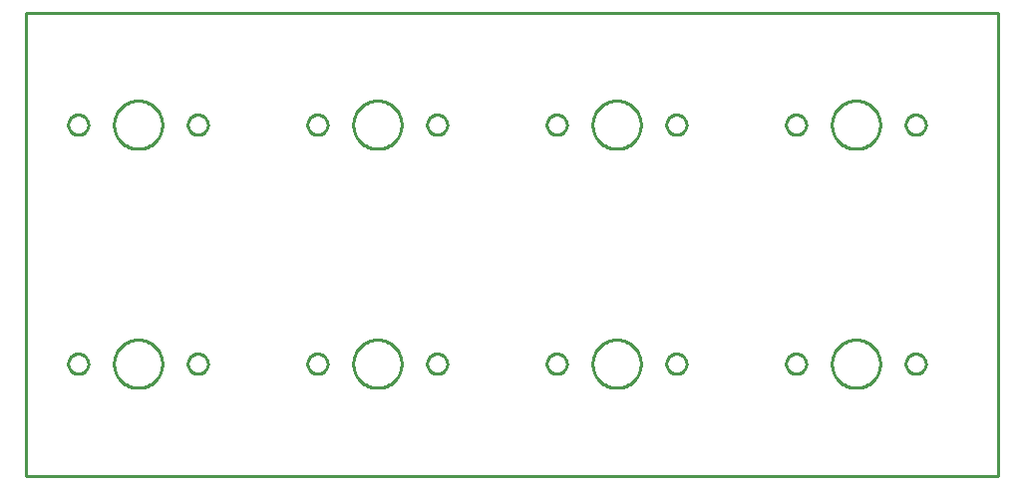
<source format=gbr>
G04 EAGLE Gerber RS-274X export*
G75*
%MOMM*%
%FSLAX34Y34*%
%LPD*%
%IN*%
%IPPOS*%
%AMOC8*
5,1,8,0,0,1.08239X$1,22.5*%
G01*
%ADD10C,0.254000*%


D10*
X0Y0D02*
X825500Y0D01*
X825500Y393700D01*
X0Y393700D01*
X0Y0D01*
X115697Y94632D02*
X115622Y93399D01*
X115473Y92172D01*
X115251Y90957D01*
X114955Y89757D01*
X114587Y88577D01*
X114149Y87422D01*
X113642Y86295D01*
X113068Y85201D01*
X112429Y84143D01*
X111727Y83126D01*
X110965Y82154D01*
X110145Y81229D01*
X109271Y80355D01*
X108346Y79536D01*
X107374Y78773D01*
X106357Y78071D01*
X105299Y77432D01*
X104205Y76858D01*
X103078Y76351D01*
X101923Y75913D01*
X100743Y75545D01*
X99543Y75249D01*
X98328Y75027D01*
X97101Y74878D01*
X95868Y74803D01*
X94632Y74803D01*
X93399Y74878D01*
X92172Y75027D01*
X90957Y75249D01*
X89757Y75545D01*
X88577Y75913D01*
X87422Y76351D01*
X86295Y76858D01*
X85201Y77432D01*
X84143Y78071D01*
X83126Y78773D01*
X82154Y79536D01*
X81229Y80355D01*
X80355Y81229D01*
X79536Y82154D01*
X78773Y83126D01*
X78071Y84143D01*
X77432Y85201D01*
X76858Y86295D01*
X76351Y87422D01*
X75913Y88577D01*
X75545Y89757D01*
X75249Y90957D01*
X75027Y92172D01*
X74878Y93399D01*
X74803Y94632D01*
X74803Y95868D01*
X74878Y97101D01*
X75027Y98328D01*
X75249Y99543D01*
X75545Y100743D01*
X75913Y101923D01*
X76351Y103078D01*
X76858Y104205D01*
X77432Y105299D01*
X78071Y106357D01*
X78773Y107374D01*
X79536Y108346D01*
X80355Y109271D01*
X81229Y110145D01*
X82154Y110965D01*
X83126Y111727D01*
X84143Y112429D01*
X85201Y113068D01*
X86295Y113642D01*
X87422Y114149D01*
X88577Y114587D01*
X89757Y114955D01*
X90957Y115251D01*
X92172Y115473D01*
X93399Y115622D01*
X94632Y115697D01*
X95868Y115697D01*
X97101Y115622D01*
X98328Y115473D01*
X99543Y115251D01*
X100743Y114955D01*
X101923Y114587D01*
X103078Y114149D01*
X104205Y113642D01*
X105299Y113068D01*
X106357Y112429D01*
X107374Y111727D01*
X108346Y110965D01*
X109271Y110145D01*
X110145Y109271D01*
X110965Y108346D01*
X111727Y107374D01*
X112429Y106357D01*
X113068Y105299D01*
X113642Y104205D01*
X114149Y103078D01*
X114587Y101923D01*
X114955Y100743D01*
X115251Y99543D01*
X115473Y98328D01*
X115622Y97101D01*
X115697Y95868D01*
X115697Y94632D01*
X52984Y94877D02*
X52919Y94135D01*
X52790Y93401D01*
X52597Y92681D01*
X52342Y91981D01*
X52027Y91306D01*
X51655Y90660D01*
X51227Y90050D01*
X50748Y89479D01*
X50221Y88952D01*
X49650Y88473D01*
X49040Y88045D01*
X48395Y87673D01*
X47719Y87358D01*
X47019Y87103D01*
X46299Y86910D01*
X45565Y86781D01*
X44823Y86716D01*
X44077Y86716D01*
X43335Y86781D01*
X42601Y86910D01*
X41881Y87103D01*
X41181Y87358D01*
X40506Y87673D01*
X39860Y88045D01*
X39250Y88473D01*
X38679Y88952D01*
X38152Y89479D01*
X37673Y90050D01*
X37245Y90660D01*
X36873Y91306D01*
X36558Y91981D01*
X36303Y92681D01*
X36110Y93401D01*
X35981Y94135D01*
X35916Y94877D01*
X35916Y95623D01*
X35981Y96365D01*
X36110Y97099D01*
X36303Y97819D01*
X36558Y98519D01*
X36873Y99195D01*
X37245Y99840D01*
X37673Y100450D01*
X38152Y101021D01*
X38679Y101548D01*
X39250Y102027D01*
X39860Y102455D01*
X40506Y102827D01*
X41181Y103142D01*
X41881Y103397D01*
X42601Y103590D01*
X43335Y103719D01*
X44077Y103784D01*
X44823Y103784D01*
X45565Y103719D01*
X46299Y103590D01*
X47019Y103397D01*
X47719Y103142D01*
X48395Y102827D01*
X49040Y102455D01*
X49650Y102027D01*
X50221Y101548D01*
X50748Y101021D01*
X51227Y100450D01*
X51655Y99840D01*
X52027Y99195D01*
X52342Y98519D01*
X52597Y97819D01*
X52790Y97099D01*
X52919Y96365D01*
X52984Y95623D01*
X52984Y94877D01*
X154584Y94877D02*
X154519Y94135D01*
X154390Y93401D01*
X154197Y92681D01*
X153942Y91981D01*
X153627Y91306D01*
X153255Y90660D01*
X152827Y90050D01*
X152348Y89479D01*
X151821Y88952D01*
X151250Y88473D01*
X150640Y88045D01*
X149995Y87673D01*
X149319Y87358D01*
X148619Y87103D01*
X147899Y86910D01*
X147165Y86781D01*
X146423Y86716D01*
X145677Y86716D01*
X144935Y86781D01*
X144201Y86910D01*
X143481Y87103D01*
X142781Y87358D01*
X142106Y87673D01*
X141460Y88045D01*
X140850Y88473D01*
X140279Y88952D01*
X139752Y89479D01*
X139273Y90050D01*
X138845Y90660D01*
X138473Y91306D01*
X138158Y91981D01*
X137903Y92681D01*
X137710Y93401D01*
X137581Y94135D01*
X137516Y94877D01*
X137516Y95623D01*
X137581Y96365D01*
X137710Y97099D01*
X137903Y97819D01*
X138158Y98519D01*
X138473Y99195D01*
X138845Y99840D01*
X139273Y100450D01*
X139752Y101021D01*
X140279Y101548D01*
X140850Y102027D01*
X141460Y102455D01*
X142106Y102827D01*
X142781Y103142D01*
X143481Y103397D01*
X144201Y103590D01*
X144935Y103719D01*
X145677Y103784D01*
X146423Y103784D01*
X147165Y103719D01*
X147899Y103590D01*
X148619Y103397D01*
X149319Y103142D01*
X149995Y102827D01*
X150640Y102455D01*
X151250Y102027D01*
X151821Y101548D01*
X152348Y101021D01*
X152827Y100450D01*
X153255Y99840D01*
X153627Y99195D01*
X153942Y98519D01*
X154197Y97819D01*
X154390Y97099D01*
X154519Y96365D01*
X154584Y95623D01*
X154584Y94877D01*
X318897Y94632D02*
X318822Y93399D01*
X318673Y92172D01*
X318451Y90957D01*
X318155Y89757D01*
X317787Y88577D01*
X317349Y87422D01*
X316842Y86295D01*
X316268Y85201D01*
X315629Y84143D01*
X314927Y83126D01*
X314165Y82154D01*
X313345Y81229D01*
X312471Y80355D01*
X311546Y79536D01*
X310574Y78773D01*
X309557Y78071D01*
X308499Y77432D01*
X307405Y76858D01*
X306278Y76351D01*
X305123Y75913D01*
X303943Y75545D01*
X302743Y75249D01*
X301528Y75027D01*
X300301Y74878D01*
X299068Y74803D01*
X297832Y74803D01*
X296599Y74878D01*
X295372Y75027D01*
X294157Y75249D01*
X292957Y75545D01*
X291777Y75913D01*
X290622Y76351D01*
X289495Y76858D01*
X288401Y77432D01*
X287343Y78071D01*
X286326Y78773D01*
X285354Y79536D01*
X284429Y80355D01*
X283555Y81229D01*
X282736Y82154D01*
X281973Y83126D01*
X281271Y84143D01*
X280632Y85201D01*
X280058Y86295D01*
X279551Y87422D01*
X279113Y88577D01*
X278745Y89757D01*
X278449Y90957D01*
X278227Y92172D01*
X278078Y93399D01*
X278003Y94632D01*
X278003Y95868D01*
X278078Y97101D01*
X278227Y98328D01*
X278449Y99543D01*
X278745Y100743D01*
X279113Y101923D01*
X279551Y103078D01*
X280058Y104205D01*
X280632Y105299D01*
X281271Y106357D01*
X281973Y107374D01*
X282736Y108346D01*
X283555Y109271D01*
X284429Y110145D01*
X285354Y110965D01*
X286326Y111727D01*
X287343Y112429D01*
X288401Y113068D01*
X289495Y113642D01*
X290622Y114149D01*
X291777Y114587D01*
X292957Y114955D01*
X294157Y115251D01*
X295372Y115473D01*
X296599Y115622D01*
X297832Y115697D01*
X299068Y115697D01*
X300301Y115622D01*
X301528Y115473D01*
X302743Y115251D01*
X303943Y114955D01*
X305123Y114587D01*
X306278Y114149D01*
X307405Y113642D01*
X308499Y113068D01*
X309557Y112429D01*
X310574Y111727D01*
X311546Y110965D01*
X312471Y110145D01*
X313345Y109271D01*
X314165Y108346D01*
X314927Y107374D01*
X315629Y106357D01*
X316268Y105299D01*
X316842Y104205D01*
X317349Y103078D01*
X317787Y101923D01*
X318155Y100743D01*
X318451Y99543D01*
X318673Y98328D01*
X318822Y97101D01*
X318897Y95868D01*
X318897Y94632D01*
X256184Y94877D02*
X256119Y94135D01*
X255990Y93401D01*
X255797Y92681D01*
X255542Y91981D01*
X255227Y91306D01*
X254855Y90660D01*
X254427Y90050D01*
X253948Y89479D01*
X253421Y88952D01*
X252850Y88473D01*
X252240Y88045D01*
X251595Y87673D01*
X250919Y87358D01*
X250219Y87103D01*
X249499Y86910D01*
X248765Y86781D01*
X248023Y86716D01*
X247277Y86716D01*
X246535Y86781D01*
X245801Y86910D01*
X245081Y87103D01*
X244381Y87358D01*
X243706Y87673D01*
X243060Y88045D01*
X242450Y88473D01*
X241879Y88952D01*
X241352Y89479D01*
X240873Y90050D01*
X240445Y90660D01*
X240073Y91306D01*
X239758Y91981D01*
X239503Y92681D01*
X239310Y93401D01*
X239181Y94135D01*
X239116Y94877D01*
X239116Y95623D01*
X239181Y96365D01*
X239310Y97099D01*
X239503Y97819D01*
X239758Y98519D01*
X240073Y99195D01*
X240445Y99840D01*
X240873Y100450D01*
X241352Y101021D01*
X241879Y101548D01*
X242450Y102027D01*
X243060Y102455D01*
X243706Y102827D01*
X244381Y103142D01*
X245081Y103397D01*
X245801Y103590D01*
X246535Y103719D01*
X247277Y103784D01*
X248023Y103784D01*
X248765Y103719D01*
X249499Y103590D01*
X250219Y103397D01*
X250919Y103142D01*
X251595Y102827D01*
X252240Y102455D01*
X252850Y102027D01*
X253421Y101548D01*
X253948Y101021D01*
X254427Y100450D01*
X254855Y99840D01*
X255227Y99195D01*
X255542Y98519D01*
X255797Y97819D01*
X255990Y97099D01*
X256119Y96365D01*
X256184Y95623D01*
X256184Y94877D01*
X357784Y94877D02*
X357719Y94135D01*
X357590Y93401D01*
X357397Y92681D01*
X357142Y91981D01*
X356827Y91306D01*
X356455Y90660D01*
X356027Y90050D01*
X355548Y89479D01*
X355021Y88952D01*
X354450Y88473D01*
X353840Y88045D01*
X353195Y87673D01*
X352519Y87358D01*
X351819Y87103D01*
X351099Y86910D01*
X350365Y86781D01*
X349623Y86716D01*
X348877Y86716D01*
X348135Y86781D01*
X347401Y86910D01*
X346681Y87103D01*
X345981Y87358D01*
X345306Y87673D01*
X344660Y88045D01*
X344050Y88473D01*
X343479Y88952D01*
X342952Y89479D01*
X342473Y90050D01*
X342045Y90660D01*
X341673Y91306D01*
X341358Y91981D01*
X341103Y92681D01*
X340910Y93401D01*
X340781Y94135D01*
X340716Y94877D01*
X340716Y95623D01*
X340781Y96365D01*
X340910Y97099D01*
X341103Y97819D01*
X341358Y98519D01*
X341673Y99195D01*
X342045Y99840D01*
X342473Y100450D01*
X342952Y101021D01*
X343479Y101548D01*
X344050Y102027D01*
X344660Y102455D01*
X345306Y102827D01*
X345981Y103142D01*
X346681Y103397D01*
X347401Y103590D01*
X348135Y103719D01*
X348877Y103784D01*
X349623Y103784D01*
X350365Y103719D01*
X351099Y103590D01*
X351819Y103397D01*
X352519Y103142D01*
X353195Y102827D01*
X353840Y102455D01*
X354450Y102027D01*
X355021Y101548D01*
X355548Y101021D01*
X356027Y100450D01*
X356455Y99840D01*
X356827Y99195D01*
X357142Y98519D01*
X357397Y97819D01*
X357590Y97099D01*
X357719Y96365D01*
X357784Y95623D01*
X357784Y94877D01*
X522097Y94632D02*
X522022Y93399D01*
X521873Y92172D01*
X521651Y90957D01*
X521355Y89757D01*
X520987Y88577D01*
X520549Y87422D01*
X520042Y86295D01*
X519468Y85201D01*
X518829Y84143D01*
X518127Y83126D01*
X517365Y82154D01*
X516545Y81229D01*
X515671Y80355D01*
X514746Y79536D01*
X513774Y78773D01*
X512757Y78071D01*
X511699Y77432D01*
X510605Y76858D01*
X509478Y76351D01*
X508323Y75913D01*
X507143Y75545D01*
X505943Y75249D01*
X504728Y75027D01*
X503501Y74878D01*
X502268Y74803D01*
X501032Y74803D01*
X499799Y74878D01*
X498572Y75027D01*
X497357Y75249D01*
X496157Y75545D01*
X494977Y75913D01*
X493822Y76351D01*
X492695Y76858D01*
X491601Y77432D01*
X490543Y78071D01*
X489526Y78773D01*
X488554Y79536D01*
X487629Y80355D01*
X486755Y81229D01*
X485936Y82154D01*
X485173Y83126D01*
X484471Y84143D01*
X483832Y85201D01*
X483258Y86295D01*
X482751Y87422D01*
X482313Y88577D01*
X481945Y89757D01*
X481649Y90957D01*
X481427Y92172D01*
X481278Y93399D01*
X481203Y94632D01*
X481203Y95868D01*
X481278Y97101D01*
X481427Y98328D01*
X481649Y99543D01*
X481945Y100743D01*
X482313Y101923D01*
X482751Y103078D01*
X483258Y104205D01*
X483832Y105299D01*
X484471Y106357D01*
X485173Y107374D01*
X485936Y108346D01*
X486755Y109271D01*
X487629Y110145D01*
X488554Y110965D01*
X489526Y111727D01*
X490543Y112429D01*
X491601Y113068D01*
X492695Y113642D01*
X493822Y114149D01*
X494977Y114587D01*
X496157Y114955D01*
X497357Y115251D01*
X498572Y115473D01*
X499799Y115622D01*
X501032Y115697D01*
X502268Y115697D01*
X503501Y115622D01*
X504728Y115473D01*
X505943Y115251D01*
X507143Y114955D01*
X508323Y114587D01*
X509478Y114149D01*
X510605Y113642D01*
X511699Y113068D01*
X512757Y112429D01*
X513774Y111727D01*
X514746Y110965D01*
X515671Y110145D01*
X516545Y109271D01*
X517365Y108346D01*
X518127Y107374D01*
X518829Y106357D01*
X519468Y105299D01*
X520042Y104205D01*
X520549Y103078D01*
X520987Y101923D01*
X521355Y100743D01*
X521651Y99543D01*
X521873Y98328D01*
X522022Y97101D01*
X522097Y95868D01*
X522097Y94632D01*
X459384Y94877D02*
X459319Y94135D01*
X459190Y93401D01*
X458997Y92681D01*
X458742Y91981D01*
X458427Y91306D01*
X458055Y90660D01*
X457627Y90050D01*
X457148Y89479D01*
X456621Y88952D01*
X456050Y88473D01*
X455440Y88045D01*
X454795Y87673D01*
X454119Y87358D01*
X453419Y87103D01*
X452699Y86910D01*
X451965Y86781D01*
X451223Y86716D01*
X450477Y86716D01*
X449735Y86781D01*
X449001Y86910D01*
X448281Y87103D01*
X447581Y87358D01*
X446906Y87673D01*
X446260Y88045D01*
X445650Y88473D01*
X445079Y88952D01*
X444552Y89479D01*
X444073Y90050D01*
X443645Y90660D01*
X443273Y91306D01*
X442958Y91981D01*
X442703Y92681D01*
X442510Y93401D01*
X442381Y94135D01*
X442316Y94877D01*
X442316Y95623D01*
X442381Y96365D01*
X442510Y97099D01*
X442703Y97819D01*
X442958Y98519D01*
X443273Y99195D01*
X443645Y99840D01*
X444073Y100450D01*
X444552Y101021D01*
X445079Y101548D01*
X445650Y102027D01*
X446260Y102455D01*
X446906Y102827D01*
X447581Y103142D01*
X448281Y103397D01*
X449001Y103590D01*
X449735Y103719D01*
X450477Y103784D01*
X451223Y103784D01*
X451965Y103719D01*
X452699Y103590D01*
X453419Y103397D01*
X454119Y103142D01*
X454795Y102827D01*
X455440Y102455D01*
X456050Y102027D01*
X456621Y101548D01*
X457148Y101021D01*
X457627Y100450D01*
X458055Y99840D01*
X458427Y99195D01*
X458742Y98519D01*
X458997Y97819D01*
X459190Y97099D01*
X459319Y96365D01*
X459384Y95623D01*
X459384Y94877D01*
X560984Y94877D02*
X560919Y94135D01*
X560790Y93401D01*
X560597Y92681D01*
X560342Y91981D01*
X560027Y91306D01*
X559655Y90660D01*
X559227Y90050D01*
X558748Y89479D01*
X558221Y88952D01*
X557650Y88473D01*
X557040Y88045D01*
X556395Y87673D01*
X555719Y87358D01*
X555019Y87103D01*
X554299Y86910D01*
X553565Y86781D01*
X552823Y86716D01*
X552077Y86716D01*
X551335Y86781D01*
X550601Y86910D01*
X549881Y87103D01*
X549181Y87358D01*
X548506Y87673D01*
X547860Y88045D01*
X547250Y88473D01*
X546679Y88952D01*
X546152Y89479D01*
X545673Y90050D01*
X545245Y90660D01*
X544873Y91306D01*
X544558Y91981D01*
X544303Y92681D01*
X544110Y93401D01*
X543981Y94135D01*
X543916Y94877D01*
X543916Y95623D01*
X543981Y96365D01*
X544110Y97099D01*
X544303Y97819D01*
X544558Y98519D01*
X544873Y99195D01*
X545245Y99840D01*
X545673Y100450D01*
X546152Y101021D01*
X546679Y101548D01*
X547250Y102027D01*
X547860Y102455D01*
X548506Y102827D01*
X549181Y103142D01*
X549881Y103397D01*
X550601Y103590D01*
X551335Y103719D01*
X552077Y103784D01*
X552823Y103784D01*
X553565Y103719D01*
X554299Y103590D01*
X555019Y103397D01*
X555719Y103142D01*
X556395Y102827D01*
X557040Y102455D01*
X557650Y102027D01*
X558221Y101548D01*
X558748Y101021D01*
X559227Y100450D01*
X559655Y99840D01*
X560027Y99195D01*
X560342Y98519D01*
X560597Y97819D01*
X560790Y97099D01*
X560919Y96365D01*
X560984Y95623D01*
X560984Y94877D01*
X725297Y94632D02*
X725222Y93399D01*
X725073Y92172D01*
X724851Y90957D01*
X724555Y89757D01*
X724187Y88577D01*
X723749Y87422D01*
X723242Y86295D01*
X722668Y85201D01*
X722029Y84143D01*
X721327Y83126D01*
X720565Y82154D01*
X719745Y81229D01*
X718871Y80355D01*
X717946Y79536D01*
X716974Y78773D01*
X715957Y78071D01*
X714899Y77432D01*
X713805Y76858D01*
X712678Y76351D01*
X711523Y75913D01*
X710343Y75545D01*
X709143Y75249D01*
X707928Y75027D01*
X706701Y74878D01*
X705468Y74803D01*
X704232Y74803D01*
X702999Y74878D01*
X701772Y75027D01*
X700557Y75249D01*
X699357Y75545D01*
X698177Y75913D01*
X697022Y76351D01*
X695895Y76858D01*
X694801Y77432D01*
X693743Y78071D01*
X692726Y78773D01*
X691754Y79536D01*
X690829Y80355D01*
X689955Y81229D01*
X689136Y82154D01*
X688373Y83126D01*
X687671Y84143D01*
X687032Y85201D01*
X686458Y86295D01*
X685951Y87422D01*
X685513Y88577D01*
X685145Y89757D01*
X684849Y90957D01*
X684627Y92172D01*
X684478Y93399D01*
X684403Y94632D01*
X684403Y95868D01*
X684478Y97101D01*
X684627Y98328D01*
X684849Y99543D01*
X685145Y100743D01*
X685513Y101923D01*
X685951Y103078D01*
X686458Y104205D01*
X687032Y105299D01*
X687671Y106357D01*
X688373Y107374D01*
X689136Y108346D01*
X689955Y109271D01*
X690829Y110145D01*
X691754Y110965D01*
X692726Y111727D01*
X693743Y112429D01*
X694801Y113068D01*
X695895Y113642D01*
X697022Y114149D01*
X698177Y114587D01*
X699357Y114955D01*
X700557Y115251D01*
X701772Y115473D01*
X702999Y115622D01*
X704232Y115697D01*
X705468Y115697D01*
X706701Y115622D01*
X707928Y115473D01*
X709143Y115251D01*
X710343Y114955D01*
X711523Y114587D01*
X712678Y114149D01*
X713805Y113642D01*
X714899Y113068D01*
X715957Y112429D01*
X716974Y111727D01*
X717946Y110965D01*
X718871Y110145D01*
X719745Y109271D01*
X720565Y108346D01*
X721327Y107374D01*
X722029Y106357D01*
X722668Y105299D01*
X723242Y104205D01*
X723749Y103078D01*
X724187Y101923D01*
X724555Y100743D01*
X724851Y99543D01*
X725073Y98328D01*
X725222Y97101D01*
X725297Y95868D01*
X725297Y94632D01*
X662584Y94877D02*
X662519Y94135D01*
X662390Y93401D01*
X662197Y92681D01*
X661942Y91981D01*
X661627Y91306D01*
X661255Y90660D01*
X660827Y90050D01*
X660348Y89479D01*
X659821Y88952D01*
X659250Y88473D01*
X658640Y88045D01*
X657995Y87673D01*
X657319Y87358D01*
X656619Y87103D01*
X655899Y86910D01*
X655165Y86781D01*
X654423Y86716D01*
X653677Y86716D01*
X652935Y86781D01*
X652201Y86910D01*
X651481Y87103D01*
X650781Y87358D01*
X650106Y87673D01*
X649460Y88045D01*
X648850Y88473D01*
X648279Y88952D01*
X647752Y89479D01*
X647273Y90050D01*
X646845Y90660D01*
X646473Y91306D01*
X646158Y91981D01*
X645903Y92681D01*
X645710Y93401D01*
X645581Y94135D01*
X645516Y94877D01*
X645516Y95623D01*
X645581Y96365D01*
X645710Y97099D01*
X645903Y97819D01*
X646158Y98519D01*
X646473Y99195D01*
X646845Y99840D01*
X647273Y100450D01*
X647752Y101021D01*
X648279Y101548D01*
X648850Y102027D01*
X649460Y102455D01*
X650106Y102827D01*
X650781Y103142D01*
X651481Y103397D01*
X652201Y103590D01*
X652935Y103719D01*
X653677Y103784D01*
X654423Y103784D01*
X655165Y103719D01*
X655899Y103590D01*
X656619Y103397D01*
X657319Y103142D01*
X657995Y102827D01*
X658640Y102455D01*
X659250Y102027D01*
X659821Y101548D01*
X660348Y101021D01*
X660827Y100450D01*
X661255Y99840D01*
X661627Y99195D01*
X661942Y98519D01*
X662197Y97819D01*
X662390Y97099D01*
X662519Y96365D01*
X662584Y95623D01*
X662584Y94877D01*
X764184Y94877D02*
X764119Y94135D01*
X763990Y93401D01*
X763797Y92681D01*
X763542Y91981D01*
X763227Y91306D01*
X762855Y90660D01*
X762427Y90050D01*
X761948Y89479D01*
X761421Y88952D01*
X760850Y88473D01*
X760240Y88045D01*
X759595Y87673D01*
X758919Y87358D01*
X758219Y87103D01*
X757499Y86910D01*
X756765Y86781D01*
X756023Y86716D01*
X755277Y86716D01*
X754535Y86781D01*
X753801Y86910D01*
X753081Y87103D01*
X752381Y87358D01*
X751706Y87673D01*
X751060Y88045D01*
X750450Y88473D01*
X749879Y88952D01*
X749352Y89479D01*
X748873Y90050D01*
X748445Y90660D01*
X748073Y91306D01*
X747758Y91981D01*
X747503Y92681D01*
X747310Y93401D01*
X747181Y94135D01*
X747116Y94877D01*
X747116Y95623D01*
X747181Y96365D01*
X747310Y97099D01*
X747503Y97819D01*
X747758Y98519D01*
X748073Y99195D01*
X748445Y99840D01*
X748873Y100450D01*
X749352Y101021D01*
X749879Y101548D01*
X750450Y102027D01*
X751060Y102455D01*
X751706Y102827D01*
X752381Y103142D01*
X753081Y103397D01*
X753801Y103590D01*
X754535Y103719D01*
X755277Y103784D01*
X756023Y103784D01*
X756765Y103719D01*
X757499Y103590D01*
X758219Y103397D01*
X758919Y103142D01*
X759595Y102827D01*
X760240Y102455D01*
X760850Y102027D01*
X761421Y101548D01*
X761948Y101021D01*
X762427Y100450D01*
X762855Y99840D01*
X763227Y99195D01*
X763542Y98519D01*
X763797Y97819D01*
X763990Y97099D01*
X764119Y96365D01*
X764184Y95623D01*
X764184Y94877D01*
X115697Y297832D02*
X115622Y296599D01*
X115473Y295372D01*
X115251Y294157D01*
X114955Y292957D01*
X114587Y291777D01*
X114149Y290622D01*
X113642Y289495D01*
X113068Y288401D01*
X112429Y287343D01*
X111727Y286326D01*
X110965Y285354D01*
X110145Y284429D01*
X109271Y283555D01*
X108346Y282736D01*
X107374Y281973D01*
X106357Y281271D01*
X105299Y280632D01*
X104205Y280058D01*
X103078Y279551D01*
X101923Y279113D01*
X100743Y278745D01*
X99543Y278449D01*
X98328Y278227D01*
X97101Y278078D01*
X95868Y278003D01*
X94632Y278003D01*
X93399Y278078D01*
X92172Y278227D01*
X90957Y278449D01*
X89757Y278745D01*
X88577Y279113D01*
X87422Y279551D01*
X86295Y280058D01*
X85201Y280632D01*
X84143Y281271D01*
X83126Y281973D01*
X82154Y282736D01*
X81229Y283555D01*
X80355Y284429D01*
X79536Y285354D01*
X78773Y286326D01*
X78071Y287343D01*
X77432Y288401D01*
X76858Y289495D01*
X76351Y290622D01*
X75913Y291777D01*
X75545Y292957D01*
X75249Y294157D01*
X75027Y295372D01*
X74878Y296599D01*
X74803Y297832D01*
X74803Y299068D01*
X74878Y300301D01*
X75027Y301528D01*
X75249Y302743D01*
X75545Y303943D01*
X75913Y305123D01*
X76351Y306278D01*
X76858Y307405D01*
X77432Y308499D01*
X78071Y309557D01*
X78773Y310574D01*
X79536Y311546D01*
X80355Y312471D01*
X81229Y313345D01*
X82154Y314165D01*
X83126Y314927D01*
X84143Y315629D01*
X85201Y316268D01*
X86295Y316842D01*
X87422Y317349D01*
X88577Y317787D01*
X89757Y318155D01*
X90957Y318451D01*
X92172Y318673D01*
X93399Y318822D01*
X94632Y318897D01*
X95868Y318897D01*
X97101Y318822D01*
X98328Y318673D01*
X99543Y318451D01*
X100743Y318155D01*
X101923Y317787D01*
X103078Y317349D01*
X104205Y316842D01*
X105299Y316268D01*
X106357Y315629D01*
X107374Y314927D01*
X108346Y314165D01*
X109271Y313345D01*
X110145Y312471D01*
X110965Y311546D01*
X111727Y310574D01*
X112429Y309557D01*
X113068Y308499D01*
X113642Y307405D01*
X114149Y306278D01*
X114587Y305123D01*
X114955Y303943D01*
X115251Y302743D01*
X115473Y301528D01*
X115622Y300301D01*
X115697Y299068D01*
X115697Y297832D01*
X52984Y298077D02*
X52919Y297335D01*
X52790Y296601D01*
X52597Y295881D01*
X52342Y295181D01*
X52027Y294506D01*
X51655Y293860D01*
X51227Y293250D01*
X50748Y292679D01*
X50221Y292152D01*
X49650Y291673D01*
X49040Y291245D01*
X48395Y290873D01*
X47719Y290558D01*
X47019Y290303D01*
X46299Y290110D01*
X45565Y289981D01*
X44823Y289916D01*
X44077Y289916D01*
X43335Y289981D01*
X42601Y290110D01*
X41881Y290303D01*
X41181Y290558D01*
X40506Y290873D01*
X39860Y291245D01*
X39250Y291673D01*
X38679Y292152D01*
X38152Y292679D01*
X37673Y293250D01*
X37245Y293860D01*
X36873Y294506D01*
X36558Y295181D01*
X36303Y295881D01*
X36110Y296601D01*
X35981Y297335D01*
X35916Y298077D01*
X35916Y298823D01*
X35981Y299565D01*
X36110Y300299D01*
X36303Y301019D01*
X36558Y301719D01*
X36873Y302395D01*
X37245Y303040D01*
X37673Y303650D01*
X38152Y304221D01*
X38679Y304748D01*
X39250Y305227D01*
X39860Y305655D01*
X40506Y306027D01*
X41181Y306342D01*
X41881Y306597D01*
X42601Y306790D01*
X43335Y306919D01*
X44077Y306984D01*
X44823Y306984D01*
X45565Y306919D01*
X46299Y306790D01*
X47019Y306597D01*
X47719Y306342D01*
X48395Y306027D01*
X49040Y305655D01*
X49650Y305227D01*
X50221Y304748D01*
X50748Y304221D01*
X51227Y303650D01*
X51655Y303040D01*
X52027Y302395D01*
X52342Y301719D01*
X52597Y301019D01*
X52790Y300299D01*
X52919Y299565D01*
X52984Y298823D01*
X52984Y298077D01*
X154584Y298077D02*
X154519Y297335D01*
X154390Y296601D01*
X154197Y295881D01*
X153942Y295181D01*
X153627Y294506D01*
X153255Y293860D01*
X152827Y293250D01*
X152348Y292679D01*
X151821Y292152D01*
X151250Y291673D01*
X150640Y291245D01*
X149995Y290873D01*
X149319Y290558D01*
X148619Y290303D01*
X147899Y290110D01*
X147165Y289981D01*
X146423Y289916D01*
X145677Y289916D01*
X144935Y289981D01*
X144201Y290110D01*
X143481Y290303D01*
X142781Y290558D01*
X142106Y290873D01*
X141460Y291245D01*
X140850Y291673D01*
X140279Y292152D01*
X139752Y292679D01*
X139273Y293250D01*
X138845Y293860D01*
X138473Y294506D01*
X138158Y295181D01*
X137903Y295881D01*
X137710Y296601D01*
X137581Y297335D01*
X137516Y298077D01*
X137516Y298823D01*
X137581Y299565D01*
X137710Y300299D01*
X137903Y301019D01*
X138158Y301719D01*
X138473Y302395D01*
X138845Y303040D01*
X139273Y303650D01*
X139752Y304221D01*
X140279Y304748D01*
X140850Y305227D01*
X141460Y305655D01*
X142106Y306027D01*
X142781Y306342D01*
X143481Y306597D01*
X144201Y306790D01*
X144935Y306919D01*
X145677Y306984D01*
X146423Y306984D01*
X147165Y306919D01*
X147899Y306790D01*
X148619Y306597D01*
X149319Y306342D01*
X149995Y306027D01*
X150640Y305655D01*
X151250Y305227D01*
X151821Y304748D01*
X152348Y304221D01*
X152827Y303650D01*
X153255Y303040D01*
X153627Y302395D01*
X153942Y301719D01*
X154197Y301019D01*
X154390Y300299D01*
X154519Y299565D01*
X154584Y298823D01*
X154584Y298077D01*
X318897Y297832D02*
X318822Y296599D01*
X318673Y295372D01*
X318451Y294157D01*
X318155Y292957D01*
X317787Y291777D01*
X317349Y290622D01*
X316842Y289495D01*
X316268Y288401D01*
X315629Y287343D01*
X314927Y286326D01*
X314165Y285354D01*
X313345Y284429D01*
X312471Y283555D01*
X311546Y282736D01*
X310574Y281973D01*
X309557Y281271D01*
X308499Y280632D01*
X307405Y280058D01*
X306278Y279551D01*
X305123Y279113D01*
X303943Y278745D01*
X302743Y278449D01*
X301528Y278227D01*
X300301Y278078D01*
X299068Y278003D01*
X297832Y278003D01*
X296599Y278078D01*
X295372Y278227D01*
X294157Y278449D01*
X292957Y278745D01*
X291777Y279113D01*
X290622Y279551D01*
X289495Y280058D01*
X288401Y280632D01*
X287343Y281271D01*
X286326Y281973D01*
X285354Y282736D01*
X284429Y283555D01*
X283555Y284429D01*
X282736Y285354D01*
X281973Y286326D01*
X281271Y287343D01*
X280632Y288401D01*
X280058Y289495D01*
X279551Y290622D01*
X279113Y291777D01*
X278745Y292957D01*
X278449Y294157D01*
X278227Y295372D01*
X278078Y296599D01*
X278003Y297832D01*
X278003Y299068D01*
X278078Y300301D01*
X278227Y301528D01*
X278449Y302743D01*
X278745Y303943D01*
X279113Y305123D01*
X279551Y306278D01*
X280058Y307405D01*
X280632Y308499D01*
X281271Y309557D01*
X281973Y310574D01*
X282736Y311546D01*
X283555Y312471D01*
X284429Y313345D01*
X285354Y314165D01*
X286326Y314927D01*
X287343Y315629D01*
X288401Y316268D01*
X289495Y316842D01*
X290622Y317349D01*
X291777Y317787D01*
X292957Y318155D01*
X294157Y318451D01*
X295372Y318673D01*
X296599Y318822D01*
X297832Y318897D01*
X299068Y318897D01*
X300301Y318822D01*
X301528Y318673D01*
X302743Y318451D01*
X303943Y318155D01*
X305123Y317787D01*
X306278Y317349D01*
X307405Y316842D01*
X308499Y316268D01*
X309557Y315629D01*
X310574Y314927D01*
X311546Y314165D01*
X312471Y313345D01*
X313345Y312471D01*
X314165Y311546D01*
X314927Y310574D01*
X315629Y309557D01*
X316268Y308499D01*
X316842Y307405D01*
X317349Y306278D01*
X317787Y305123D01*
X318155Y303943D01*
X318451Y302743D01*
X318673Y301528D01*
X318822Y300301D01*
X318897Y299068D01*
X318897Y297832D01*
X256184Y298077D02*
X256119Y297335D01*
X255990Y296601D01*
X255797Y295881D01*
X255542Y295181D01*
X255227Y294506D01*
X254855Y293860D01*
X254427Y293250D01*
X253948Y292679D01*
X253421Y292152D01*
X252850Y291673D01*
X252240Y291245D01*
X251595Y290873D01*
X250919Y290558D01*
X250219Y290303D01*
X249499Y290110D01*
X248765Y289981D01*
X248023Y289916D01*
X247277Y289916D01*
X246535Y289981D01*
X245801Y290110D01*
X245081Y290303D01*
X244381Y290558D01*
X243706Y290873D01*
X243060Y291245D01*
X242450Y291673D01*
X241879Y292152D01*
X241352Y292679D01*
X240873Y293250D01*
X240445Y293860D01*
X240073Y294506D01*
X239758Y295181D01*
X239503Y295881D01*
X239310Y296601D01*
X239181Y297335D01*
X239116Y298077D01*
X239116Y298823D01*
X239181Y299565D01*
X239310Y300299D01*
X239503Y301019D01*
X239758Y301719D01*
X240073Y302395D01*
X240445Y303040D01*
X240873Y303650D01*
X241352Y304221D01*
X241879Y304748D01*
X242450Y305227D01*
X243060Y305655D01*
X243706Y306027D01*
X244381Y306342D01*
X245081Y306597D01*
X245801Y306790D01*
X246535Y306919D01*
X247277Y306984D01*
X248023Y306984D01*
X248765Y306919D01*
X249499Y306790D01*
X250219Y306597D01*
X250919Y306342D01*
X251595Y306027D01*
X252240Y305655D01*
X252850Y305227D01*
X253421Y304748D01*
X253948Y304221D01*
X254427Y303650D01*
X254855Y303040D01*
X255227Y302395D01*
X255542Y301719D01*
X255797Y301019D01*
X255990Y300299D01*
X256119Y299565D01*
X256184Y298823D01*
X256184Y298077D01*
X357784Y298077D02*
X357719Y297335D01*
X357590Y296601D01*
X357397Y295881D01*
X357142Y295181D01*
X356827Y294506D01*
X356455Y293860D01*
X356027Y293250D01*
X355548Y292679D01*
X355021Y292152D01*
X354450Y291673D01*
X353840Y291245D01*
X353195Y290873D01*
X352519Y290558D01*
X351819Y290303D01*
X351099Y290110D01*
X350365Y289981D01*
X349623Y289916D01*
X348877Y289916D01*
X348135Y289981D01*
X347401Y290110D01*
X346681Y290303D01*
X345981Y290558D01*
X345306Y290873D01*
X344660Y291245D01*
X344050Y291673D01*
X343479Y292152D01*
X342952Y292679D01*
X342473Y293250D01*
X342045Y293860D01*
X341673Y294506D01*
X341358Y295181D01*
X341103Y295881D01*
X340910Y296601D01*
X340781Y297335D01*
X340716Y298077D01*
X340716Y298823D01*
X340781Y299565D01*
X340910Y300299D01*
X341103Y301019D01*
X341358Y301719D01*
X341673Y302395D01*
X342045Y303040D01*
X342473Y303650D01*
X342952Y304221D01*
X343479Y304748D01*
X344050Y305227D01*
X344660Y305655D01*
X345306Y306027D01*
X345981Y306342D01*
X346681Y306597D01*
X347401Y306790D01*
X348135Y306919D01*
X348877Y306984D01*
X349623Y306984D01*
X350365Y306919D01*
X351099Y306790D01*
X351819Y306597D01*
X352519Y306342D01*
X353195Y306027D01*
X353840Y305655D01*
X354450Y305227D01*
X355021Y304748D01*
X355548Y304221D01*
X356027Y303650D01*
X356455Y303040D01*
X356827Y302395D01*
X357142Y301719D01*
X357397Y301019D01*
X357590Y300299D01*
X357719Y299565D01*
X357784Y298823D01*
X357784Y298077D01*
X522097Y297832D02*
X522022Y296599D01*
X521873Y295372D01*
X521651Y294157D01*
X521355Y292957D01*
X520987Y291777D01*
X520549Y290622D01*
X520042Y289495D01*
X519468Y288401D01*
X518829Y287343D01*
X518127Y286326D01*
X517365Y285354D01*
X516545Y284429D01*
X515671Y283555D01*
X514746Y282736D01*
X513774Y281973D01*
X512757Y281271D01*
X511699Y280632D01*
X510605Y280058D01*
X509478Y279551D01*
X508323Y279113D01*
X507143Y278745D01*
X505943Y278449D01*
X504728Y278227D01*
X503501Y278078D01*
X502268Y278003D01*
X501032Y278003D01*
X499799Y278078D01*
X498572Y278227D01*
X497357Y278449D01*
X496157Y278745D01*
X494977Y279113D01*
X493822Y279551D01*
X492695Y280058D01*
X491601Y280632D01*
X490543Y281271D01*
X489526Y281973D01*
X488554Y282736D01*
X487629Y283555D01*
X486755Y284429D01*
X485936Y285354D01*
X485173Y286326D01*
X484471Y287343D01*
X483832Y288401D01*
X483258Y289495D01*
X482751Y290622D01*
X482313Y291777D01*
X481945Y292957D01*
X481649Y294157D01*
X481427Y295372D01*
X481278Y296599D01*
X481203Y297832D01*
X481203Y299068D01*
X481278Y300301D01*
X481427Y301528D01*
X481649Y302743D01*
X481945Y303943D01*
X482313Y305123D01*
X482751Y306278D01*
X483258Y307405D01*
X483832Y308499D01*
X484471Y309557D01*
X485173Y310574D01*
X485936Y311546D01*
X486755Y312471D01*
X487629Y313345D01*
X488554Y314165D01*
X489526Y314927D01*
X490543Y315629D01*
X491601Y316268D01*
X492695Y316842D01*
X493822Y317349D01*
X494977Y317787D01*
X496157Y318155D01*
X497357Y318451D01*
X498572Y318673D01*
X499799Y318822D01*
X501032Y318897D01*
X502268Y318897D01*
X503501Y318822D01*
X504728Y318673D01*
X505943Y318451D01*
X507143Y318155D01*
X508323Y317787D01*
X509478Y317349D01*
X510605Y316842D01*
X511699Y316268D01*
X512757Y315629D01*
X513774Y314927D01*
X514746Y314165D01*
X515671Y313345D01*
X516545Y312471D01*
X517365Y311546D01*
X518127Y310574D01*
X518829Y309557D01*
X519468Y308499D01*
X520042Y307405D01*
X520549Y306278D01*
X520987Y305123D01*
X521355Y303943D01*
X521651Y302743D01*
X521873Y301528D01*
X522022Y300301D01*
X522097Y299068D01*
X522097Y297832D01*
X459384Y298077D02*
X459319Y297335D01*
X459190Y296601D01*
X458997Y295881D01*
X458742Y295181D01*
X458427Y294506D01*
X458055Y293860D01*
X457627Y293250D01*
X457148Y292679D01*
X456621Y292152D01*
X456050Y291673D01*
X455440Y291245D01*
X454795Y290873D01*
X454119Y290558D01*
X453419Y290303D01*
X452699Y290110D01*
X451965Y289981D01*
X451223Y289916D01*
X450477Y289916D01*
X449735Y289981D01*
X449001Y290110D01*
X448281Y290303D01*
X447581Y290558D01*
X446906Y290873D01*
X446260Y291245D01*
X445650Y291673D01*
X445079Y292152D01*
X444552Y292679D01*
X444073Y293250D01*
X443645Y293860D01*
X443273Y294506D01*
X442958Y295181D01*
X442703Y295881D01*
X442510Y296601D01*
X442381Y297335D01*
X442316Y298077D01*
X442316Y298823D01*
X442381Y299565D01*
X442510Y300299D01*
X442703Y301019D01*
X442958Y301719D01*
X443273Y302395D01*
X443645Y303040D01*
X444073Y303650D01*
X444552Y304221D01*
X445079Y304748D01*
X445650Y305227D01*
X446260Y305655D01*
X446906Y306027D01*
X447581Y306342D01*
X448281Y306597D01*
X449001Y306790D01*
X449735Y306919D01*
X450477Y306984D01*
X451223Y306984D01*
X451965Y306919D01*
X452699Y306790D01*
X453419Y306597D01*
X454119Y306342D01*
X454795Y306027D01*
X455440Y305655D01*
X456050Y305227D01*
X456621Y304748D01*
X457148Y304221D01*
X457627Y303650D01*
X458055Y303040D01*
X458427Y302395D01*
X458742Y301719D01*
X458997Y301019D01*
X459190Y300299D01*
X459319Y299565D01*
X459384Y298823D01*
X459384Y298077D01*
X560984Y298077D02*
X560919Y297335D01*
X560790Y296601D01*
X560597Y295881D01*
X560342Y295181D01*
X560027Y294506D01*
X559655Y293860D01*
X559227Y293250D01*
X558748Y292679D01*
X558221Y292152D01*
X557650Y291673D01*
X557040Y291245D01*
X556395Y290873D01*
X555719Y290558D01*
X555019Y290303D01*
X554299Y290110D01*
X553565Y289981D01*
X552823Y289916D01*
X552077Y289916D01*
X551335Y289981D01*
X550601Y290110D01*
X549881Y290303D01*
X549181Y290558D01*
X548506Y290873D01*
X547860Y291245D01*
X547250Y291673D01*
X546679Y292152D01*
X546152Y292679D01*
X545673Y293250D01*
X545245Y293860D01*
X544873Y294506D01*
X544558Y295181D01*
X544303Y295881D01*
X544110Y296601D01*
X543981Y297335D01*
X543916Y298077D01*
X543916Y298823D01*
X543981Y299565D01*
X544110Y300299D01*
X544303Y301019D01*
X544558Y301719D01*
X544873Y302395D01*
X545245Y303040D01*
X545673Y303650D01*
X546152Y304221D01*
X546679Y304748D01*
X547250Y305227D01*
X547860Y305655D01*
X548506Y306027D01*
X549181Y306342D01*
X549881Y306597D01*
X550601Y306790D01*
X551335Y306919D01*
X552077Y306984D01*
X552823Y306984D01*
X553565Y306919D01*
X554299Y306790D01*
X555019Y306597D01*
X555719Y306342D01*
X556395Y306027D01*
X557040Y305655D01*
X557650Y305227D01*
X558221Y304748D01*
X558748Y304221D01*
X559227Y303650D01*
X559655Y303040D01*
X560027Y302395D01*
X560342Y301719D01*
X560597Y301019D01*
X560790Y300299D01*
X560919Y299565D01*
X560984Y298823D01*
X560984Y298077D01*
X725297Y297832D02*
X725222Y296599D01*
X725073Y295372D01*
X724851Y294157D01*
X724555Y292957D01*
X724187Y291777D01*
X723749Y290622D01*
X723242Y289495D01*
X722668Y288401D01*
X722029Y287343D01*
X721327Y286326D01*
X720565Y285354D01*
X719745Y284429D01*
X718871Y283555D01*
X717946Y282736D01*
X716974Y281973D01*
X715957Y281271D01*
X714899Y280632D01*
X713805Y280058D01*
X712678Y279551D01*
X711523Y279113D01*
X710343Y278745D01*
X709143Y278449D01*
X707928Y278227D01*
X706701Y278078D01*
X705468Y278003D01*
X704232Y278003D01*
X702999Y278078D01*
X701772Y278227D01*
X700557Y278449D01*
X699357Y278745D01*
X698177Y279113D01*
X697022Y279551D01*
X695895Y280058D01*
X694801Y280632D01*
X693743Y281271D01*
X692726Y281973D01*
X691754Y282736D01*
X690829Y283555D01*
X689955Y284429D01*
X689136Y285354D01*
X688373Y286326D01*
X687671Y287343D01*
X687032Y288401D01*
X686458Y289495D01*
X685951Y290622D01*
X685513Y291777D01*
X685145Y292957D01*
X684849Y294157D01*
X684627Y295372D01*
X684478Y296599D01*
X684403Y297832D01*
X684403Y299068D01*
X684478Y300301D01*
X684627Y301528D01*
X684849Y302743D01*
X685145Y303943D01*
X685513Y305123D01*
X685951Y306278D01*
X686458Y307405D01*
X687032Y308499D01*
X687671Y309557D01*
X688373Y310574D01*
X689136Y311546D01*
X689955Y312471D01*
X690829Y313345D01*
X691754Y314165D01*
X692726Y314927D01*
X693743Y315629D01*
X694801Y316268D01*
X695895Y316842D01*
X697022Y317349D01*
X698177Y317787D01*
X699357Y318155D01*
X700557Y318451D01*
X701772Y318673D01*
X702999Y318822D01*
X704232Y318897D01*
X705468Y318897D01*
X706701Y318822D01*
X707928Y318673D01*
X709143Y318451D01*
X710343Y318155D01*
X711523Y317787D01*
X712678Y317349D01*
X713805Y316842D01*
X714899Y316268D01*
X715957Y315629D01*
X716974Y314927D01*
X717946Y314165D01*
X718871Y313345D01*
X719745Y312471D01*
X720565Y311546D01*
X721327Y310574D01*
X722029Y309557D01*
X722668Y308499D01*
X723242Y307405D01*
X723749Y306278D01*
X724187Y305123D01*
X724555Y303943D01*
X724851Y302743D01*
X725073Y301528D01*
X725222Y300301D01*
X725297Y299068D01*
X725297Y297832D01*
X662584Y298077D02*
X662519Y297335D01*
X662390Y296601D01*
X662197Y295881D01*
X661942Y295181D01*
X661627Y294506D01*
X661255Y293860D01*
X660827Y293250D01*
X660348Y292679D01*
X659821Y292152D01*
X659250Y291673D01*
X658640Y291245D01*
X657995Y290873D01*
X657319Y290558D01*
X656619Y290303D01*
X655899Y290110D01*
X655165Y289981D01*
X654423Y289916D01*
X653677Y289916D01*
X652935Y289981D01*
X652201Y290110D01*
X651481Y290303D01*
X650781Y290558D01*
X650106Y290873D01*
X649460Y291245D01*
X648850Y291673D01*
X648279Y292152D01*
X647752Y292679D01*
X647273Y293250D01*
X646845Y293860D01*
X646473Y294506D01*
X646158Y295181D01*
X645903Y295881D01*
X645710Y296601D01*
X645581Y297335D01*
X645516Y298077D01*
X645516Y298823D01*
X645581Y299565D01*
X645710Y300299D01*
X645903Y301019D01*
X646158Y301719D01*
X646473Y302395D01*
X646845Y303040D01*
X647273Y303650D01*
X647752Y304221D01*
X648279Y304748D01*
X648850Y305227D01*
X649460Y305655D01*
X650106Y306027D01*
X650781Y306342D01*
X651481Y306597D01*
X652201Y306790D01*
X652935Y306919D01*
X653677Y306984D01*
X654423Y306984D01*
X655165Y306919D01*
X655899Y306790D01*
X656619Y306597D01*
X657319Y306342D01*
X657995Y306027D01*
X658640Y305655D01*
X659250Y305227D01*
X659821Y304748D01*
X660348Y304221D01*
X660827Y303650D01*
X661255Y303040D01*
X661627Y302395D01*
X661942Y301719D01*
X662197Y301019D01*
X662390Y300299D01*
X662519Y299565D01*
X662584Y298823D01*
X662584Y298077D01*
X764184Y298077D02*
X764119Y297335D01*
X763990Y296601D01*
X763797Y295881D01*
X763542Y295181D01*
X763227Y294506D01*
X762855Y293860D01*
X762427Y293250D01*
X761948Y292679D01*
X761421Y292152D01*
X760850Y291673D01*
X760240Y291245D01*
X759595Y290873D01*
X758919Y290558D01*
X758219Y290303D01*
X757499Y290110D01*
X756765Y289981D01*
X756023Y289916D01*
X755277Y289916D01*
X754535Y289981D01*
X753801Y290110D01*
X753081Y290303D01*
X752381Y290558D01*
X751706Y290873D01*
X751060Y291245D01*
X750450Y291673D01*
X749879Y292152D01*
X749352Y292679D01*
X748873Y293250D01*
X748445Y293860D01*
X748073Y294506D01*
X747758Y295181D01*
X747503Y295881D01*
X747310Y296601D01*
X747181Y297335D01*
X747116Y298077D01*
X747116Y298823D01*
X747181Y299565D01*
X747310Y300299D01*
X747503Y301019D01*
X747758Y301719D01*
X748073Y302395D01*
X748445Y303040D01*
X748873Y303650D01*
X749352Y304221D01*
X749879Y304748D01*
X750450Y305227D01*
X751060Y305655D01*
X751706Y306027D01*
X752381Y306342D01*
X753081Y306597D01*
X753801Y306790D01*
X754535Y306919D01*
X755277Y306984D01*
X756023Y306984D01*
X756765Y306919D01*
X757499Y306790D01*
X758219Y306597D01*
X758919Y306342D01*
X759595Y306027D01*
X760240Y305655D01*
X760850Y305227D01*
X761421Y304748D01*
X761948Y304221D01*
X762427Y303650D01*
X762855Y303040D01*
X763227Y302395D01*
X763542Y301719D01*
X763797Y301019D01*
X763990Y300299D01*
X764119Y299565D01*
X764184Y298823D01*
X764184Y298077D01*
M02*

</source>
